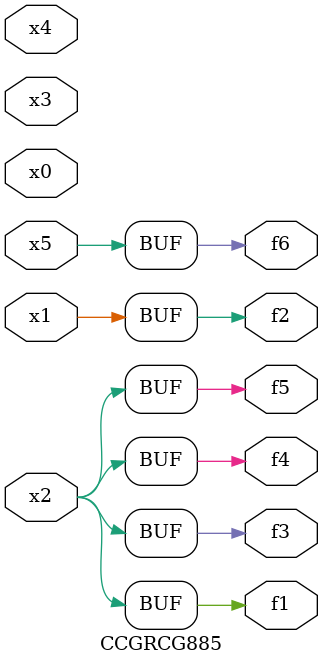
<source format=v>
module CCGRCG885(
	input x0, x1, x2, x3, x4, x5,
	output f1, f2, f3, f4, f5, f6
);
	assign f1 = x2;
	assign f2 = x1;
	assign f3 = x2;
	assign f4 = x2;
	assign f5 = x2;
	assign f6 = x5;
endmodule

</source>
